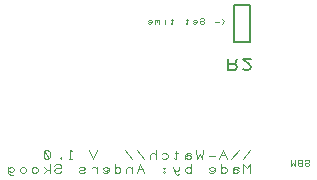
<source format=gbr>
%FSLAX23Y23*%
%MOIN*%
G04 EasyPC Gerber Version 16.0.6 Build 3249 *
%ADD25C,0.00394*%
%ADD12C,0.00500*%
X0Y0D02*
D02*
D12*
X5129Y4709D02*
Y4672D01*
X5151*
X5157Y4675*
X5160Y4681*
X5157Y4688*
X5151Y4691*
X5129*
X5151D02*
X5160Y4709D01*
X5204D02*
X5179D01*
X5201Y4688*
X5204Y4681*
X5201Y4675*
X5195Y4672*
X5185*
X5179Y4675*
X5149Y4764D02*
X5202D01*
Y4887*
X5149*
Y4764*
D02*
D25*
X5109Y4826D02*
X5117Y4834D01*
X5109Y4842*
X5100Y4832D02*
X5087D01*
X5050Y4831D02*
X5048Y4828D01*
X5045Y4826*
X5039*
X5035Y4828*
X5034Y4831*
X5035Y4834*
X5039Y4835*
X5045*
X5048Y4837*
X5050Y4840*
X5048Y4843*
X5045Y4845*
X5039*
X5035Y4843*
X5034Y4840*
X5012Y4828D02*
X5014Y4826D01*
X5017*
X5020*
X5023Y4828*
X5025Y4831*
Y4835*
X5023Y4837*
X5020Y4839*
X5017*
X5014Y4837*
X5012Y4835*
Y4834*
X5014Y4832*
X5017Y4831*
X5020*
X5023Y4832*
X5025Y4834*
X4996Y4839D02*
X4990D01*
X4993Y4842D02*
Y4828D01*
X4992Y4826*
X4990*
X4989Y4828*
X4946Y4839D02*
X4940D01*
X4943Y4842D02*
Y4828D01*
X4942Y4826*
X4940*
X4939Y4828*
X4918Y4826D02*
Y4839D01*
Y4843D02*
X4900Y4826*
Y4839D01*
Y4837D02*
X4898Y4839D01*
X4895*
X4893Y4837*
Y4832*
Y4837D02*
X4892Y4839D01*
X4889*
X4887Y4837*
Y4826*
X4862Y4828D02*
X4864Y4826D01*
X4867*
X4870*
X4873Y4828*
X4875Y4831*
Y4835*
X4873Y4837*
X4870Y4839*
X4867*
X4864Y4837*
X4862Y4835*
Y4834*
X4864Y4832*
X4867Y4831*
X4870*
X4873Y4832*
X4875Y4834*
X5203Y4406D02*
X5179Y4376D01*
X5164Y4406D02*
X5139Y4376D01*
X5125D02*
X5112Y4406D01*
X5100Y4376*
X5120Y4388D02*
X5105D01*
X5085Y4386D02*
X5065D01*
X5046Y4406D02*
X5043Y4376D01*
X5034Y4391*
X5024Y4376*
X5021Y4406*
X5006Y4393D02*
X5002Y4396D01*
X4994*
X4989Y4393*
X4987Y4388*
Y4381*
X4989Y4378*
X4994Y4376*
X4999*
X5004Y4378*
X5006Y4381*
Y4383*
X5004Y4386*
X4999Y4388*
X4994*
X4989Y4386*
X4987Y4383*
Y4381D02*
Y4376D01*
X4962Y4396D02*
X4952D01*
X4957Y4401D02*
Y4378D01*
X4955Y4376*
X4952*
X4950Y4378*
X4908Y4393D02*
X4913Y4396D01*
X4920*
X4925Y4393*
X4928Y4388*
Y4383*
X4925Y4378*
X4920Y4376*
X4913*
X4908Y4378*
X4888Y4376D02*
Y4406D01*
Y4388D02*
X4886Y4393D01*
X4881Y4396*
X4876*
X4871Y4393*
X4869Y4388*
Y4376*
X4849D02*
X4824Y4406D01*
X4810Y4376D02*
X4785Y4406D01*
X4691D02*
X4679Y4376D01*
X4667Y4406*
X4608Y4376D02*
X4598D01*
X4603D02*
Y4406D01*
X4608Y4401*
X4571Y4376D02*
X4568Y4378D01*
X4571Y4381*
X4573Y4378*
X4571Y4376*
X4532Y4378D02*
X4527Y4376D01*
X4522*
X4517Y4378*
X4514Y4383*
Y4398*
X4517Y4403*
X4522Y4406*
X4527*
X4532Y4403*
X4534Y4398*
Y4383*
X4532Y4378*
X4517Y4403*
X5203Y4329D02*
Y4358D01*
X5191Y4344*
X5179Y4358*
Y4329*
X5164Y4346D02*
X5159Y4348D01*
X5152*
X5147Y4346*
X5144Y4341*
Y4334*
X5147Y4331*
X5152Y4329*
X5157*
X5161Y4331*
X5164Y4334*
Y4336*
X5161Y4339*
X5157Y4341*
X5152*
X5147Y4339*
X5144Y4336*
Y4334D02*
Y4329D01*
X5105Y4341D02*
X5107Y4346D01*
X5112Y4348*
X5117*
X5122Y4346*
X5125Y4341*
Y4336*
X5122Y4331*
X5117Y4329*
X5112*
X5107Y4331*
X5105Y4336*
Y4329D02*
Y4358D01*
X5065Y4331D02*
X5068Y4329D01*
X5073*
X5078*
X5083Y4331*
X5085Y4336*
Y4344*
X5083Y4346*
X5078Y4348*
X5073*
X5068Y4346*
X5065Y4344*
Y4341*
X5068Y4339*
X5073Y4336*
X5078*
X5083Y4339*
X5085Y4341*
X5006Y4336D02*
X5004Y4331D01*
X4999Y4329*
X4994*
X4989Y4331*
X4987Y4336*
Y4341*
X4989Y4346*
X4994Y4348*
X4999*
X5004Y4346*
X5006Y4341*
Y4329D02*
Y4358D01*
X4967Y4348D02*
X4965Y4339D01*
X4960Y4334*
X4955*
X4950Y4339*
X4947Y4348*
X4950Y4339D02*
X4952Y4329D01*
X4955Y4324*
X4960Y4321*
X4965Y4324*
X4915Y4329D02*
X4913Y4331D01*
X4915Y4334*
X4918Y4331*
X4915Y4329*
Y4341D02*
X4913Y4344D01*
X4915Y4346*
X4918Y4344*
X4915Y4341*
X4849Y4329D02*
X4837Y4358D01*
X4824Y4329*
X4844Y4341D02*
X4829D01*
X4810Y4329D02*
Y4348D01*
Y4341D02*
X4807Y4346D01*
X4802Y4348*
X4797*
X4792Y4346*
X4790Y4341*
Y4329*
X4751Y4341D02*
X4753Y4346D01*
X4758Y4348*
X4763*
X4768Y4346*
X4770Y4341*
Y4336*
X4768Y4331*
X4763Y4329*
X4758*
X4753Y4331*
X4751Y4336*
Y4329D02*
Y4358D01*
X4711Y4331D02*
X4714Y4329D01*
X4719*
X4723*
X4728Y4331*
X4731Y4336*
Y4344*
X4728Y4346*
X4723Y4348*
X4719*
X4714Y4346*
X4711Y4344*
Y4341*
X4714Y4339*
X4719Y4336*
X4723*
X4728Y4339*
X4731Y4341*
X4691Y4329D02*
Y4348D01*
Y4341D02*
X4689Y4346D01*
X4684Y4348*
X4679*
X4674Y4346*
X4652Y4331D02*
X4647Y4329D01*
X4637*
X4632Y4331*
Y4336*
X4637Y4339*
X4647*
X4652Y4341*
Y4346*
X4647Y4348*
X4637*
X4632Y4346*
X4573Y4336D02*
X4571Y4331D01*
X4566Y4329*
X4556*
X4551Y4331*
X4549Y4336*
X4551Y4341*
X4556Y4344*
X4566*
X4571Y4346*
X4573Y4351*
X4571Y4356*
X4566Y4358*
X4556*
X4551Y4356*
X4549Y4351*
X4534Y4329D02*
Y4358D01*
Y4339D02*
X4527D01*
X4514Y4348*
X4527Y4339D02*
X4514Y4329D01*
X4495Y4336D02*
X4492Y4331D01*
X4487Y4329*
X4482*
X4477Y4331*
X4475Y4336*
Y4341*
X4477Y4346*
X4482Y4348*
X4487*
X4492Y4346*
X4495Y4341*
Y4336*
X4455D02*
X4453Y4331D01*
X4448Y4329*
X4443*
X4438Y4331*
X4436Y4336*
Y4341*
X4438Y4346*
X4443Y4348*
X4448*
X4453Y4346*
X4455Y4341*
Y4336*
X4396Y4341D02*
X4399Y4346D01*
X4404Y4348*
X4409*
X4413Y4346*
X4416Y4341*
Y4339*
X4413Y4334*
X4409Y4331*
X4404*
X4399Y4334*
X4396Y4339*
Y4348D02*
Y4329D01*
X4399Y4324*
X4404Y4321*
X4411*
X4416Y4324*
X5400Y4358D02*
X5399Y4355D01*
X5396Y4353*
X5390*
X5387Y4355*
X5385Y4358*
X5387Y4361*
X5390Y4362*
X5396*
X5399Y4364*
X5400Y4367*
X5399Y4370*
X5396Y4371*
X5390*
X5387Y4370*
X5385Y4367*
X5366Y4362D02*
X5363Y4361D01*
X5362Y4358*
X5363Y4355*
X5366Y4353*
X5377*
Y4371*
X5366*
X5363Y4370*
X5362Y4367*
X5363Y4364*
X5366Y4362*
X5377*
X5353Y4371D02*
X5351Y4353D01*
X5346Y4362*
X5340Y4353*
X5338Y4371*
X0Y0D02*
M02*

</source>
